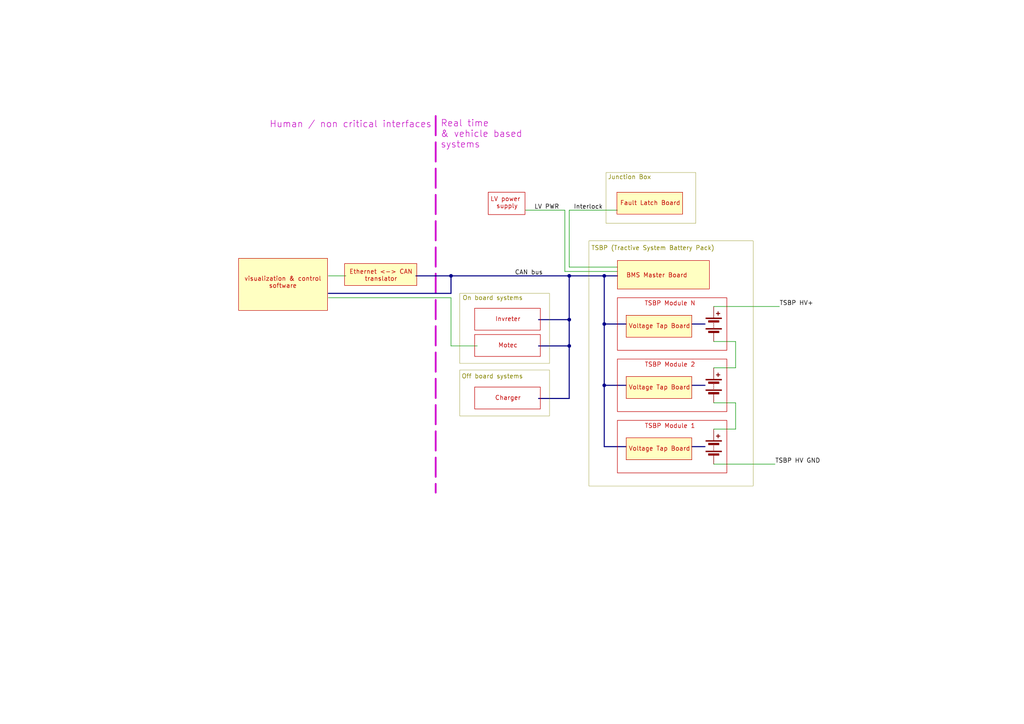
<source format=kicad_sch>
(kicad_sch (version 20250114) (generator "eeschema") (generator_version "9.0")
  (paper "A4")
  (title_block (title "UTA Racing BeeMS System Overview") (date "2025-09-21") (rev "1") (company "UTA Racing") (comment 1 "for visual understanding only, not representative of implimentation"))
  (lib_symbols
    (symbol "Device:Battery" (pin_numbers (hide yes)) (pin_names (offset 0) (hide yes))
      (property "Reference" "BT" (at 2.54 2.54 0))
      (property "Value" "Battery" (at 2.54 0 0))
      (symbol "Battery_0_1"
        (rectangle (start -2.286 1.778) (end 2.286 1.524) (fill (type outline)))
        (rectangle (start -2.286 -1.27) (end 2.286 -1.524) (fill (type outline)))
        (rectangle (start -1.524 1.016) (end 1.524 0.508) (fill (type outline)))
        (rectangle (start -1.524 -2.032) (end 1.524 -2.54) (fill (type outline)))
        (polyline (pts (xy 0 1.778) (xy 0 2.54)))
        (polyline (pts (xy 0 0) (xy 0 0.254)))
        (polyline (pts (xy 0 -0.508) (xy 0 -0.254)))
        (polyline (pts (xy 0 -1.016) (xy 0 -0.762)))
        (polyline (pts (xy 0.762 3.048) (xy 1.778 3.048)) (stroke (width 0.254)))
        (polyline (pts (xy 1.27 3.556) (xy 1.27 2.54)) (stroke (width 0.254)))
      )
      (symbol "Battery_1_1"
        (pin passive line (at 0 5.08 270) (length 2.54) (name "+") (number "1"))
        (pin passive line (at 0 -5.08 90) (length 2.54) (name "-") (number "2"))
      )
    )
  )
  (rectangle (start 179.07 104.14) (end 210.82 119.38) (stroke (width 0) (color 194 0 0 1)))
  (rectangle (start 137.668 112.268) (end 156.718 118.618) (stroke (width 0) (color 194 0 0 1)))
  (rectangle (start 179.07 86.36) (end 210.82 101.6) (stroke (width 0) (color 194 0 0 1)))
  (rectangle (start 69.215 74.93) (end 94.996 90.043) (stroke (width 0) (color 194 0 0 1)) (fill (type color) (color 255 255 194 1)))
  (rectangle (start 181.61 109.22) (end 200.66 115.57) (stroke (width 0) (color 194 0 0 1)) (fill (type color) (color 255 255 194 1)))
  (rectangle (start 141.605 55.753) (end 152.273 62.23) (stroke (width 0) (color 194 0 0 1)))
  (rectangle (start 175.768 50.038) (end 201.803 64.77) (stroke (width 0.0127) (color 132 132 0 1)))
  (rectangle (start 179.07 75.565) (end 205.74 83.82) (stroke (width 0) (color 194 0 0 1)) (fill (type color) (color 255 255 194 1)))
  (rectangle (start 99.949 76.454) (end 120.904 82.804) (stroke (width 0) (color 194 0 0 1)) (fill (type color) (color 255 255 194 1)))
  (rectangle (start 181.61 127) (end 200.66 133.35) (stroke (width 0) (color 194 0 0 1)) (fill (type color) (color 255 255 194 1)))
  (rectangle (start 133.35 107.315) (end 159.385 120.65) (stroke (width 0.0127) (color 132 132 0 1)))
  (rectangle (start 137.668 97.028) (end 156.718 103.378) (stroke (width 0) (color 194 0 0 1)))
  (rectangle (start 179.07 121.92) (end 210.82 137.16) (stroke (width 0) (color 194 0 0 1)))
  (rectangle (start 170.815 69.85) (end 218.44 140.97) (stroke (width 0.0127) (color 132 132 0 1)))
  (rectangle (start 133.35 85.09) (end 159.385 105.41) (stroke (width 0.0127) (color 132 132 0 1)))
  (rectangle (start 178.943 55.753) (end 197.993 62.103) (stroke (width 0) (color 194 0 0 1)) (fill (type color) (color 255 255 194 1)))
  (rectangle (start 181.61 91.44) (end 200.66 97.79) (stroke (width 0) (color 194 0 0 1)) (fill (type color) (color 255 255 194 1)))
  (rectangle (start 137.668 89.408) (end 156.718 95.758) (stroke (width 0) (color 194 0 0 1)))
  (text "Motec" (at 147.32 100.33 0) (effects (font (size 1.27 1.27))))
  (text "TSBP (Tractive System Battery Pack)" (at 171.45 71.374 0) (effects (font (size 1.27 1.27)) (justify left top)))
  (text "Ethernet <-> CAN\ntranslator\n" (at 110.49 80.01 0) (effects (font (size 1.27 1.27))))
  (text "Charger" (at 147.32 115.57 0) (effects (font (size 1.27 1.27))))
  (text "Human / non critical interfaces" (at 125.222 35.052 0) (effects (font (size 1.905 1.905)) (justify right top)))
  (text "Invreter" (at 147.32 92.71 0) (effects (font (size 1.27 1.27))))
  (text "TSBP Module 2" (at 194.31 105.918 0) (effects (font (size 1.27 1.27))))
  (text "BMS Master Board" (at 190.5 80.01 0) (effects (font (size 1.27 1.27))))
  (text "Junction Box" (at 176.276 50.8 0) (effects (font (size 1.27 1.27)) (justify left top)))
  (text "LV power \nsupply" (at 147.066 58.928 0) (effects (font (size 1.27 1.27))))
  (text "Voltage Tap Board" (at 191.262 112.522 0) (effects (font (size 1.27 1.27))))
  (text "Fault Latch Board" (at 188.595 59.055 0) (effects (font (size 1.27 1.27))))
  (text "Voltage Tap Board" (at 191.262 94.742 0) (effects (font (size 1.27 1.27))))
  (text "On board systems" (at 134.112 85.852 0) (effects (font (size 1.27 1.27)) (justify left top)))
  (text "TSBP Module N" (at 194.31 88.138 0) (effects (font (size 1.27 1.27))))
  (text "TSBP Module 1" (at 194.31 123.698 0) (effects (font (size 1.27 1.27))))
  (text "Real time \n& vehicle based \nsystems" (at 127.762 34.798 0) (effects (font (size 1.905 1.905)) (justify left top)))
  (text "Voltage Tap Board" (at 191.262 130.302 0) (effects (font (size 1.27 1.27))))
  (text "Off board systems" (at 133.858 108.585 0) (effects (font (size 1.27 1.27)) (justify left top)))
  (text "visualization & control\nsoftware" (at 82.042 82.042 0) (effects (font (size 1.27 1.27))))
  (junction (at 175.26 111.76))
  (junction (at 175.26 93.98))
  (junction (at 165.1 92.71))
  (junction (at 175.26 80.01))
  (junction (at 130.81 80.01))
  (junction (at 165.1 100.33))
  (junction (at 165.1 80.01))
  (bus (pts (xy 156.21 115.57) (xy 165.1 115.57)))
  (wire (pts (xy 165.1 60.96) (xy 165.1 77.47)))
  (wire (pts (xy 179.07 78.74) (xy 163.83 78.74)))
  (wire (pts (xy 207.01 88.9) (xy 226.06 88.9)))
  (bus (pts (xy 165.1 80.01) (xy 175.26 80.01)))
  (wire (pts (xy 213.36 99.06) (xy 213.36 106.68)))
  (wire (pts (xy 179.07 60.96) (xy 165.1 60.96)))
  (polyline (pts (xy 126.365 33.655) (xy 126.365 142.875)) (stroke (width 0.508) (type dash) (color 194 0 194 1)))
  (wire (pts (xy 95.25 86.36) (xy 130.81 86.36)))
  (wire (pts (xy 207.01 99.06) (xy 213.36 99.06)))
  (bus (pts (xy 165.1 100.33) (xy 165.1 115.57)))
  (wire (pts (xy 207.01 116.84) (xy 213.36 116.84)))
  (bus (pts (xy 175.26 129.54) (xy 181.61 129.54)))
  (wire (pts (xy 213.36 116.84) (xy 213.36 124.46)))
  (bus (pts (xy 175.26 129.54) (xy 175.26 111.76)))
  (wire (pts (xy 213.36 106.68) (xy 207.01 106.68)))
  (wire (pts (xy 213.36 124.46) (xy 207.01 124.46)))
  (bus (pts (xy 130.81 80.01) (xy 130.81 85.09)))
  (bus (pts (xy 156.21 92.71) (xy 165.1 92.71)))
  (bus (pts (xy 200.66 93.98) (xy 204.47 93.98)))
  (wire (pts (xy 163.83 78.74) (xy 163.83 60.96)))
  (bus (pts (xy 130.81 80.01) (xy 165.1 80.01)))
  (bus (pts (xy 165.1 92.71) (xy 165.1 100.33)))
  (wire (pts (xy 95.25 80.01) (xy 100.33 80.01)))
  (bus (pts (xy 120.65 80.01) (xy 130.81 80.01)))
  (bus (pts (xy 156.21 100.33) (xy 165.1 100.33)))
  (wire (pts (xy 165.1 77.47) (xy 179.07 77.47)))
  (wire (pts (xy 152.4 60.96) (xy 163.83 60.96)))
  (bus (pts (xy 200.66 111.76) (xy 204.47 111.76)))
  (bus (pts (xy 175.26 80.01) (xy 179.07 80.01)))
  (wire (pts (xy 138.43 100.33) (xy 130.81 100.33)))
  (wire (pts (xy 207.01 134.62) (xy 224.79 134.62)))
  (bus (pts (xy 165.1 80.01) (xy 165.1 92.71)))
  (bus (pts (xy 175.26 93.98) (xy 181.61 93.98)))
  (bus (pts (xy 175.26 111.76) (xy 181.61 111.76)))
  (bus (pts (xy 175.26 80.01) (xy 175.26 93.98)))
  (bus (pts (xy 200.66 129.54) (xy 204.47 129.54)))
  (bus (pts (xy 95.25 85.09) (xy 130.81 85.09)))
  (wire (pts (xy 130.81 100.33) (xy 130.81 86.36)))
  (bus (pts (xy 175.26 111.76) (xy 175.26 93.98)))
  (label "TSBP HV+" (at 226.06 88.9 0))
  (label "TSBP HV GND" (at 224.79 134.62 0))
  (label "LV PWR" (at 154.94 60.96 0))
  (label "CAN bus" (at 157.48 80.01 180))
  (label "Interlock" (at 166.37 60.96 0))
  (symbol (lib_id "Device:Battery") (at 207.01 93.98 0) (unit 1)
    (property "Reference" "BT10" (effects (hide yes)))
    (property "Value" "Battery" (effects (hide yes)))
    (property "Description" "Multiple-cell battery" (effects (hide yes)))
  )
  (symbol (lib_id "Device:Battery") (at 207.01 111.76 0) (unit 1)
    (property "Reference" "BT1" (effects (hide yes)))
    (property "Value" "Battery" (effects (hide yes)))
    (property "Description" "Multiple-cell battery" (effects (hide yes)))
  )
  (symbol (lib_id "Device:Battery") (at 207.01 129.54 0) (unit 1)
    (property "Reference" "BT2" (effects (hide yes)))
    (property "Value" "Battery" (effects (hide yes)))
    (property "Description" "Multiple-cell battery" (effects (hide yes)))
  )
)
</source>
